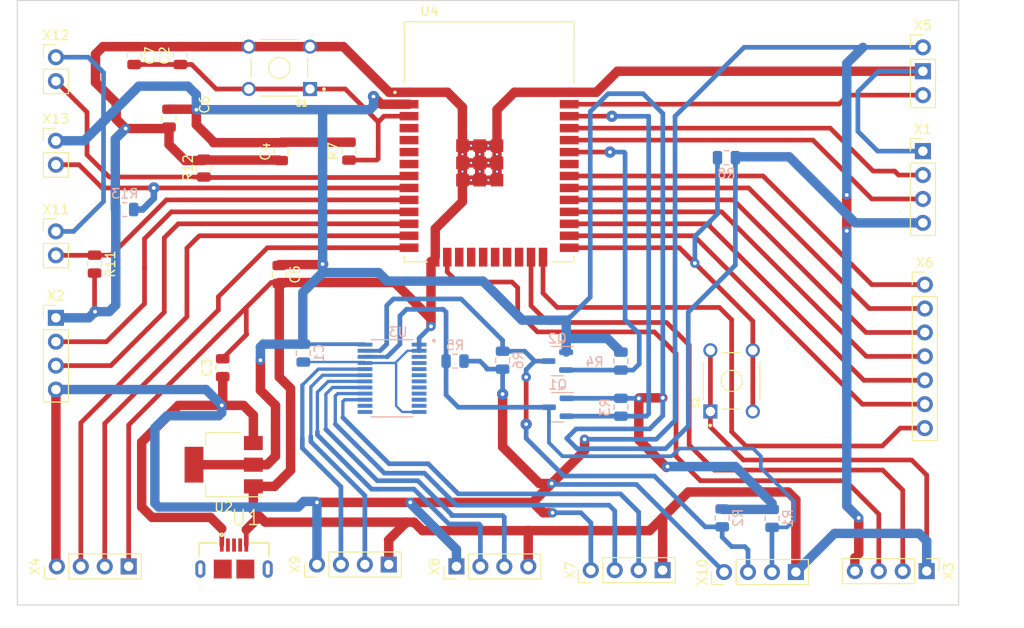
<source format=kicad_pcb>
(kicad_pcb (version 20211014) (generator pcbnew)
  (layers (0 "F.Cu" signal) (31 "B.Cu" signal) (34 "B.Paste" user) (35 "F.Paste" user) (36 "B.SilkS" user "B.Silkscreen") (37 "F.SilkS" user "F.Silkscreen") (38 "B.Mask" user) (39 "F.Mask" user) (44 "Edge.Cuts" user))
  (net 0 "")
  (net 1 "GND")
  (net 2 "3.3V")
  (net 3 "Net-(C2-Pad1)")
  (net 4 "5V")
  (net 5 "SCL_ESP")
  (net 6 "SCL_Mux")
  (net 7 "SDA_ESP")
  (net 8 "SDA_mux")
  (net 9 "Net-(R8-Pad1)")
  (net 10 "GPIO27")
  (net 11 "GPIO26")
  (net 12 "GPIO25")
  (net 27 "SD5")
  (net 28 "SC5")
  (net 29 "SD6")
  (net 30 "SC6")
  (net 31 "SD7")
  (net 32 "SC7")
  (net 37 "GPIO32")
  (net 38 "GPIO33")
  (net 39 "GPIO14")
  (net 40 "GPIO12")
  (net 41 "GPIO13")
  (net 48 "GPIO15")
  (net 49 "GPIO2")
  (net 50 "GPIO4")
  (net 51 "GPIO 16")
  (net 52 "GPIO 17")
  (net 53 "GPIO 5")
  (net 54 "GPIO 18")
  (net 55 "GPIO 19")
  (net 57 "RX")
  (net 58 "TX")
  (net 59 "GPIO 23")
  (footprint "pins:PinHeader_1x04_P2.54mm_Vertical" (layer "F.Cu") (at 144 87.7 90)
    (fp_text reference "X8")
    (fp_text value "DG3XX-04-3.5")
  )
  (footprint "Capacitor_SMD:C_0805_2012Metric" (layer "F.Cu") (at 105.6 55.6 -90)
    (fp_text reference "R11")
    (fp_text value "10k")
  )
  (footprint "pins:PinHeader_1x04_P2.54mm_Vertical" (layer "F.Cu") (at 193.9 88.2 -90)
    (fp_text reference "X3")
    (fp_text value "DG3XX-04-3.5")
  )
  (footprint "Capacitor_SMD:C_0805_2012Metric" (layer "F.Cu") (at 132.6 43.6 90)
    (fp_text reference "R7")
    (fp_text value "10k")
  )
  (footprint "1-1825910-4:TE_1-1825910-4" (layer "F.Cu") (at 125.2125 34.75 180)
    (fp_text reference "S1")
    (fp_text value "DTE6")
  )
  (footprint "pins:PinHeader_1x02_P2.54mm_Vertical" (layer "F.Cu") (at 101.5 42.5)
    (fp_text reference "X13")
    (fp_text value "DG3XX-02-3.5")
  )
  (footprint "Capacitor_SMD:C_0805_2012Metric" (layer "F.Cu") (at 113.5 40.1 90)
    (fp_text reference "C6")
    (fp_text value "0.1u")
  )
  (footprint "pins:PinHeader_1x04_P2.54mm_Vertical" (layer "F.Cu") (at 172.4 88.3 90)
    (fp_text reference "X10")
    (fp_text value "DG3XX-04-3.5")
  )
  (footprint "pins:PinHeader_1x04_P2.54mm_Vertical" (layer "F.Cu") (at 129.2 87.5 90)
    (fp_text reference "X9")
    (fp_text value "DG3XX-04-3.5")
  )
  (footprint "pins:PinHeader_1x02_P2.54mm_Vertical" (layer "F.Cu") (at 101.5 33.625)
    (fp_text reference "X12")
    (fp_text value "DG3XX-02-3.5")
  )
  (footprint "Capacitor_SMD:C_0805_2012Metric" (layer "F.Cu") (at 119.2 66.6 90)
    (fp_text reference "C3")
    (fp_text value "10u")
  )
  (footprint "pins:PinHeader_1x07_P2.54mm_Vertical" (layer "F.Cu") (at 193.7 57.775)
    (fp_text reference "X6")
    (fp_text value "DG3XX-07-3.5")
  )
  (footprint "pins:PinHeader_1x02_P2.54mm_Vertical" (layer "F.Cu") (at 101.5 52.125)
    (fp_text reference "X11")
    (fp_text value "DG3XX-02-3.5")
  )
  (footprint "Capacitor_SMD:C_0805_2012Metric" (layer "F.Cu") (at 114.7 33.45 90)
    (fp_text reference "C2")
    (fp_text value "1u")
  )
  (footprint "1-1825910-4:TE_1-1825910-4" (layer "F.Cu") (at 173.2 68 90)
    (fp_text reference "S2")
    (fp_text value "DTE6")
  )
  (footprint "pins:PinHeader_1x04_P2.54mm_Vertical" (layer "F.Cu") (at 101.6 87.7 90)
    (fp_text reference "X4")
    (fp_text value "DG3XX-04-3.5")
  )
  (footprint "Capacitor_SMD:C_0805_2012Metric" (layer "F.Cu") (at 109.8 33.45 -90)
    (fp_text reference "C7")
    (fp_text value "0.1u")
  )
  (footprint "pins:PinHeader_1x04_P2.54mm_Vertical" (layer "F.Cu") (at 158.26 88.1 90)
    (fp_text reference "X7")
    (fp_text value "DG3XX-04-3.5")
  )
  (footprint "pins:PinHeader_1x04_P2.54mm_Vertical" (layer "F.Cu") (at 101.5 61.3)
    (fp_text reference "X2")
    (fp_text value "DG3XX-04-3.5")
  )
  (footprint "micro_usb:GCT_USB3090-XX-X_REVE" (layer "F.Cu") (at 120.4 87.9829)
    (fp_text reference "U1")
    (fp_text value "micro_usb")
    (fp_line (start -3.8 0.4) (end -3.8 -0.4) (layer "Edge.Cuts") (width 0.01))
    (fp_line (start 3.8 -0.4) (end 3.8 0.4) (layer "Edge.Cuts") (width 0.01))
    (fp_line (start -3.35 -0.4) (end -3.35 0.4) (layer "Edge.Cuts") (width 0.01))
    (fp_line (start 3.35 0.4) (end 3.35 -0.4) (layer "Edge.Cuts") (width 0.01))
    (fp_arc (start -3.575 0.625) (mid -3.734099 0.559099) (end -3.8 0.4) (layer "Edge.Cuts") (width 0.01))
    (fp_arc (start 3.575 0.625) (mid 3.415901 0.559099) (end 3.35 0.4) (layer "Edge.Cuts") (width 0.01))
    (fp_arc (start -3.35 0.4) (mid -3.415901 0.559099) (end -3.575 0.625) (layer "Edge.Cuts") (width 0.01))
    (fp_arc (start -3.575 -0.625) (mid -3.415901 -0.559099) (end -3.35 -0.4) (layer "Edge.Cuts") (width 0.01))
    (fp_arc (start -3.8 -0.4) (mid -3.734099 -0.559099) (end -3.575 -0.625) (layer "Edge.Cuts") (width 0.01))
    (fp_arc (start 3.575 -0.625) (mid 3.734099 -0.559099) (end 3.8 -0.4) (layer "Edge.Cuts") (width 0.01))
    (fp_arc (start 3.8 0.4) (mid 3.734099 0.559099) (end 3.575 0.625) (layer "Edge.Cuts") (width 0.01))
    (fp_arc (start 3.35 -0.4) (mid 3.415901 -0.559099) (end 3.575 -0.625) (layer "Edge.Cuts") (width 0.01))
  )
  (footprint "Nieuwe map (2):MODULE_ESP32-WROOM-32" (layer "F.Cu") (at 147.47 42.61)
    (fp_text reference "U4")
    (fp_text value "esp_wroom_32")
  )
  (footprint "pins:PinHeader_1x04_P2.54mm_Vertical" (layer "F.Cu") (at 193.5 43.6)
    (fp_text reference "X1")
    (fp_text value "DG3XX-04-3.5")
  )
  (footprint "pins:PinHeader_1x03_P2.54mm_Vertical" (layer "F.Cu") (at 193.5 32.575)
    (fp_text reference "X5")
    (fp_text value "DG3XX-03-3.5")
  )
  (footprint "Package_TO_SOT_SMD:SOT-223-3_TabPin2" (layer "F.Cu") (at 119.3 76.9 180)
    (fp_text reference "U2")
    (fp_text value "AMS1117-3.3")
  )
  (footprint "Capacitor_SMD:C_0805_2012Metric" (layer "F.Cu") (at 117.2 45.4 90)
    (fp_text reference "R12")
    (fp_text value "10k")
  )
  (footprint "Capacitor_SMD:C_0805_2012Metric" (layer "F.Cu") (at 125.4 43.65 90)
    (fp_text reference "C4")
    (fp_text value "22u")
  )
  (footprint "Capacitor_SMD:C_0805_2012Metric" (layer "F.Cu") (at 125.2 56.7 -90)
    (fp_text reference "C5")
    (fp_text value "10u")
  )
  (footprint "Capacitor_SMD:C_0805_2012Metric" (layer "B.Cu") (at 143.85 65.9 180)
    (fp_text reference "R5")
    (fp_text value "10k")
  )
  (footprint "Capacitor_SMD:C_0805_2012Metric" (layer "B.Cu") (at 172.2 82.55 90)
    (fp_text reference "R2")
    (fp_text value "10k")
  )
  (footprint "Capacitor_SMD:C_0805_2012Metric" (layer "B.Cu") (at 148.9 65.8 90)
    (fp_text reference "R6")
    (fp_text value "10k")
  )
  (footprint "Capacitor_SMD:C_0805_2012Metric" (layer "B.Cu") (at 127.7475 65.05 90)
    (fp_text reference "C1")
    (fp_text value "10u")
  )
  (footprint "Package_TO_SOT_SMD:SOT-23" (layer "B.Cu") (at 154.7 65.9 180)
    (fp_text reference "Q2")
    (fp_text value "2N7002")
  )
  (footprint "TCA:SOP65P640X120-24N" (layer "B.Cu") (at 137.17 67.725 180)
    (fp_text reference "U3")
    (fp_text value "TCA9548A_I2C_Multiplexer")
  )
  (footprint "Capacitor_SMD:C_0805_2012Metric" (layer "B.Cu") (at 177.5 82.6 90)
    (fp_text reference "R1")
    (fp_text value "10k")
  )
  (footprint "Capacitor_SMD:C_0805_2012Metric" (layer "B.Cu") (at 108.8 49.8 180)
    (fp_text reference "R13")
    (fp_text value "10k")
  )
  (footprint "Package_TO_SOT_SMD:SOT-23" (layer "B.Cu") (at 154.7525 70.8 180)
    (fp_text reference "Q1")
    (fp_text value "2N7002")
  )
  (footprint "Capacitor_SMD:C_0805_2012Metric" (layer "B.Cu") (at 161.4525 70.8 -90)
    (fp_text reference "R3")
    (fp_text value "10k")
  )
  (footprint "Capacitor_SMD:C_0805_2012Metric" (layer "B.Cu") (at 172.65 44.3)
    (fp_text reference "R8")
    (fp_text value "10k")
  )
  (footprint "Capacitor_SMD:C_0805_2012Metric" (layer "B.Cu") (at 161.4525 65.9 -90)
    (fp_text reference "R4")
    (fp_text value "10k")
  )
  (gr_line (start 97.4 27.6) (end 197.3 27.6) (layer "Edge.Cuts") (width 0.1))
  (gr_line (start 97.4 27.6) (end 97.4 91.8) (layer "Edge.Cuts") (width 0.1))
  (gr_line (start 197.3 27.6) (end 197.3 91.8) (layer "Edge.Cuts") (width 0.1))
  (gr_line (start 197.3 91.8) (end 97.4 91.8) (layer "Edge.Cuts") (width 0.1))
  (segment (start 164.5 83.9) (end 151.64 83.9) (width 1) (layer "F.Cu") (net 1))
  (segment (start 146.47 44.85) (end 146.47 43.015) (width 1) (layer "F.Cu") (net 1))
  (segment (start 192.3 76.4) (end 193.9 78) (width 0.5) (layer "F.Cu") (net 1))
  (segment (start 165.88 82.52) (end 164.5 83.9) (width 1) (layer "F.Cu") (net 1))
  (segment (start 148.305 43.015) (end 148.305 44.85) (width 1) (layer "F.Cu") (net 1))
  (segment (start 109.22 72.68) (end 121.7 60.2) (width 0.5) (layer "F.Cu") (net 1))
  (segment (start 117.025 44.55) (end 125.175 44.55) (width 1) (layer "F.Cu") (net 1))
  (segment (start 113.5 42.9) (end 113.5 41.05) (width 1) (layer "F.Cu") (net 1))
  (segment (start 115.2 44.6) (end 117.15 44.6) (width 1) (layer "F.Cu") (net 1))
  (segment (start 114.7 32.5) (end 120.6625 32.5) (width 1) (layer "F.Cu") (net 1))
  (segment (start 121.75 63.05) (end 121.4 63.4) (width 0.5) (layer "F.Cu") (net 1))
  (segment (start 161.085 35.115) (end 158.85 37.35) (width 1) (layer "F.Cu") (net 1))
  (segment (start 122.45 79.2) (end 122.45 81.75) (width 1) (layer "F.Cu") (net 1))
  (segment (start 180.02 88.3) (end 180.02 80.62) (width 1) (layer "F.Cu") (net 1))
  (segment (start 179.2 79.8) (end 168.6 79.8) (width 1) (layer "F.Cu") (net 1))
  (segment (start 138.87 37.45) (end 138.97 37.35) (width 0.254) (layer "F.Cu") (net 1))
  (segment (start 158.85 37.35) (end 155.97 37.35) (width 1) (layer "F.Cu") (net 1))
  (segment (start 148.305 43.015) (end 148.305 39.195) (width 1) (layer "F.Cu") (net 1))
  (segment (start 150.15 37.35) (end 155.97 37.35) (width 1) (layer "F.Cu") (net 1))
  (segment (start 125.35 44.55) (end 125.4 44.6) (width 0.254) (layer "F.Cu") (net 1))
  (segment (start 144.635 44.85) (end 144.635 43.015) (width 1) (layer "F.Cu") (net 1))
  (segment (start 105.7 33.3) (end 106.5 32.5) (width 1) (layer "F.Cu") (net 1))
  (segment (start 151.64 83.9) (end 151.62 83.88) (width 0.254) (layer "F.Cu") (net 1))
  (segment (start 125.2 67.6) (end 126.4 68.8) (width 1) (layer "F.Cu") (net 1))
  (segment (start 144.635 43.015) (end 144.635 38.935) (width 1) (layer "F.Cu") (net 1))
  (segment (start 165.88 82.52) (end 165.88 88.1) (width 1) (layer "F.Cu") (net 1))
  (segment (start 193.5 35.115) (end 161.085 35.115) (width 1) (layer "F.Cu") (net 1))
  (segment (start 148.305 44.85) (end 146.47 44.85) (width 1) (layer "F.Cu") (net 1))
  (segment (start 125.2 57.55) (end 125.2 67.6) (width 1) (layer "F.Cu") (net 1))
  (segment (start 113.35 41.2) (end 113.5 41.05) (width 0.254) (layer "F.Cu") (net 1))
  (segment (start 144.635 43.015) (end 146.47 43.015) (width 1) (layer "F.Cu") (net 1))
  (segment (start 168.6 79.8) (end 165.88 82.52) (width 1) (layer "F.Cu") (net 1))
  (segment (start 105.6 56.55) (end 105.6 60.6) (width 0.5) (layer "F.Cu") (net 1))
  (segment (start 146.47 46.685) (end 146.47 44.85) (width 1) (layer "F.Cu") (net 1))
  (segment (start 121.7 83.8) (end 121.7 85.4329) (width 0.5) (layer "F.Cu") (net 1))
  (segment (start 193.35 43.45) (end 193.5 43.6) (width 0.254) (layer "F.Cu") (net 1))
  (segment (start 105.6 60.6) (end 105.65 60.65) (width 0.254) (layer "F.Cu") (net 1))
  (segment (start 138.7 83) (end 123.7 83) (width 1) (layer "F.Cu") (net 1))
  (segment (start 119.2 65.65) (end 119.2 65.6) (width 0.254) (layer "F.Cu") (net 1))
  (segment (start 119.2 65.6) (end 121.4 63.4) (width 0.5) (layer "F.Cu") (net 1))
  (segment (start 109.22 87.7) (end 109.22 72.68) (width 0.5) (layer "F.Cu") (net 1))
  (segment (start 108.9 41.2) (end 107.9 40.2) (width 1) (layer "F.Cu") (net 1))
  (segment (start 143.05 37.35) (end 138.97 37.35) (width 1) (layer "F.Cu") (net 1))
  (segment (start 122.45 81.75) (end 123.18 82.48) (width 1) (layer "F.Cu") (net 1))
  (segment (start 174.45 76.4) (end 192.3 76.4) (width 0.5) (layer "F.Cu") (net 1))
  (segment (start 126.4 77.5) (end 124.7 79.2) (width 1) (layer "F.Cu") (net 1))
  (segment (start 107.9 40.2) (end 107.9 38.5) (width 1) (layer "F.Cu") (net 1))
  (segment (start 123.02 82.48) (end 121.7 83.8) (width 1) (layer "F.Cu") (net 1))
  (segment (start 121.4 63.4) (end 121.7 63.1) (width 0.5) (layer "F.Cu") (net 1))
  (segment (start 170.95 72.9) (end 170.95 71.25) (width 0.5) (layer "F.Cu") (net 1))
  (segment (start 109.8 32.5) (end 114.7 32.5) (width 1) (layer "F.Cu") (net 1))
  (segment (start 105.7 36.3) (end 105.7 33.3) (width 1) (layer "F.Cu") (net 1))
  (segment (start 144.635 44.85) (end 144.635 46.685) (width 1) (layer "F.Cu") (net 1))
  (segment (start 141.3 61.4) (end 137.45 57.55) (width 1) (layer "F.Cu") (net 1))
  (segment (start 121.7 63.1) (end 121.7 60.2) (width 0.5) (layer "F.Cu") (net 1))
  (segment (start 136.8 84.9) (end 136.82 84.92) (width 0.254) (layer "F.Cu") (net 1))
  (segment (start 108.9 41.2) (end 113.35 41.2) (width 1) (layer "F.Cu") (net 1))
  (segment (start 132 32.5) (end 136.85 37.35) (width 1) (layer "F.Cu") (net 1))
  (segment (start 148.305 46.685) (end 148.305 44.85) (width 1) (layer "F.Cu") (net 1))
  (segment (start 144.635 46.685) (end 146.47 46.685) (width 1) (layer "F.Cu") (net 1))
  (segment (start 140.4 83.9) (end 139.5 83) (width 1) (layer "F.Cu") (net 1))
  (segment (start 151.62 83.88) (end 151.62 87.7) (width 1) (layer "F.Cu") (net 1))
  (segment (start 107.9 38.5) (end 105.7 36.3) (width 1) (layer "F.Cu") (net 1))
  (segment (start 148.305 46.685) (end 146.47 46.685) (width 1) (layer "F.Cu") (net 1))
  (segment (start 151.6 83.9) (end 140.4 83.9) (width 1) (layer "F.Cu") (net 1))
  (segment (start 139.5 83) (end 138.7 83) (width 1) (layer "F.Cu") (net 1))
  (segment (start 141.755 51.845) (end 141.755 54.86) (width 1) (layer "F.Cu") (net 1))
  (segment (start 136.85 37.35) (end 138.97 37.35) (width 1) (layer "F.Cu") (net 1))
  (segment (start 109.22 85.88) (end 109.22 87.7) (width 0.254) (layer "F.Cu") (net 1))
  (segment (start 148.305 39.195) (end 150.15 37.35) (width 1) (layer "F.Cu") (net 1))
  (segment (start 144.635 46.685) (end 144.635 48.965) (width 1) (layer "F.Cu") (net 1))
  (segment (start 193.9 78) (end 193.9 88.2) (width 0.5) (layer "F.Cu") (net 1))
  (segment (start 138.6 83.1) (end 138.7 83) (width 0.254) (layer "F.Cu") (net 1))
  (segment (start 123.18 82.48) (end 123.02 82.48) (width 0.254) (layer "F.Cu") (net 1))
  (segment (start 124.35 57.55) (end 125.2 57.55) (width 0.5) (layer "F.Cu") (net 1))
  (segment (start 129.7625 32.5) (end 120.6625 32.5) (width 1) (layer "F.Cu") (net 1))
  (segment (start 121.7 60.2) (end 124.35 57.55) (width 0.5) (layer "F.Cu") (net 1))
  (segment (start 180.02 80.62) (end 179.2 79.8) (width 1) (layer "F.Cu") (net 1))
  (segment (start 141.3 55.315) (end 141.755 54.86) (width 0.5) (layer "F.Cu") (net 1))
  (segment (start 129.7625 32.5) (end 132 32.5) (width 1) (layer "F.Cu") (net 1))
  (segment (start 123.7 83) (end 123.18 82.48) (width 1) (layer "F.Cu") (net 1))
  (segment (start 106.5 32.5) (end 109.8 32.5) (width 1) (layer "F.Cu") (net 1))
  (segment (start 146.47 44.85) (end 144.635 44.85) (width 1) (layer "F.Cu") (net 1))
  (segment (start 124.7 79.2) (end 122.45 79.2) (width 1) (layer "F.Cu") (net 1))
  (segment (start 170.95 72.9) (end 174.45 76.4) (width 0.5) (layer "F.Cu") (net 1))
  (segment (start 126.4 68.8) (end 126.4 77.5) (width 1) (layer "F.Cu") (net 1))
  (segment (start 141.3 62.2) (end 141.3 61.4) (width 1) (layer "F.Cu") (net 1))
  (segment (start 138.7 83) (end 136.8 84.9) (width 1) (layer "F.Cu") (net 1))
  (segment (start 144.635 38.935) (end 143.05 37.35) (width 1) (layer "F.Cu") (net 1))
  (segment (start 137.45 57.55) (end 125.2 57.55) (width 1) (layer "F.Cu") (net 1))
  (segment (start 170.95 71.25) (end 170.95 64.75) (width 0.5) (layer "F.Cu") (net 1))
  (segment (start 136.82 84.92) (end 136.82 87.5) (width 1) (layer "F.Cu") (net 1))
  (segment (start 146.47 43.015) (end 148.305 43.015) (width 1) (layer "F.Cu") (net 1))
  (segment (start 144.635 48.965) (end 141.755 51.845) (width 1) (layer "F.Cu") (net 1))
  (segment (start 117.15 44.6) (end 117.2 44.55) (width 0.254) (layer "F.Cu") (net 1))
  (segment (start 141.3 61.29) (end 141.3 55.315) (width 1) (layer "F.Cu") (net 1))
  (segment (start 115.2 44.6) (end 113.5 42.9) (width 1) (layer "F.Cu") (net 1))
  (via (at 108.9 41.2) (size 0.8) (drill 0.4) (layers "F.Cu" "B.Cu") (net 1))
  (via (at 141.3 62.2) (size 1) (drill 0.4) (layers "F.Cu" "B.Cu") (net 1))
  (via (at 105.65 60.65) (size 1.2) (drill 0.4) (layers "F.Cu" "B.Cu") (net 1))
  (segment (start 108.9 41.2) (end 108.95 41.25) (width 0.254) (layer "B.Cu") (net 1))
  (segment (start 136.795 66.1) (end 134.3 66.1) (width 0.254) (layer "B.Cu") (net 1))
  (segment (start 137.6 66.2) (end 137.5 66.1) (width 0.254) (layer "B.Cu") (net 1))
  (segment (start 188.785 35.115) (end 186.6 37.3) (width 0.5) (layer "B.Cu") (net 1))
  (segment (start 107.8 49.75) (end 107.8 42.3) (width 1) (layer "B.Cu") (net 1))
  (segment (start 184.12 84.2) (end 180.02 88.3) (width 1) (layer "B.Cu") (net 1))
  (segment (start 137.6 70.6525) (end 137.6 66.2) (width 0.254) (layer "B.Cu") (net 1))
  (segment (start 186.6 41.5) (end 188.7 43.6) (width 0.5) (layer "B.Cu") (net 1))
  (segment (start 105.65 60.65) (end 107.15 60.65) (width 1) (layer "B.Cu") (net 1))
  (segment (start 137.5 66.1) (end 137.3 66.1) (width 0.254) (layer "B.Cu") (net 1))
  (segment (start 188.7 43.6) (end 193.5 43.6) (width 0.5) (layer "B.Cu") (net 1))
  (segment (start 107.15 60.65) (end 107.85 59.95) (width 1) (layer "B.Cu") (net 1))
  (segment (start 137.3 66.1) (end 136.795 66.1) (width 0.254) (layer "B.Cu") (net 1))
  (segment (start 140.04 71.3) (end 138.2475 71.3) (width 0.254) (layer "B.Cu") (net 1))
  (segment (start 138.2475 71.3) (end 137.6 70.6525) (width 0.254) (layer "B.Cu") (net 1))
  (segment (start 189.715 35.115) (end 189.485 35.115) (width 0.5) (layer "B.Cu") (net 1))
  (segment (start 141.3 62.2) (end 140.04 63.46) (width 0.5) (layer "B.Cu") (net 1))
  (segment (start 193.9 85) (end 193.1 84.2) (width 1) (layer "B.Cu") (net 1))
  (segment (start 193.9 88.2) (end 193.9 85) (width 1) (layer "B.Cu") (net 1))
  (segment (start 186.6 37.3) (end 186.6 41.5) (width 0.5) (layer "B.Cu") (net 1))
  (segment (start 107.85 49.8) (end 107.8 49.75) (width 0.254) (layer "B.Cu") (net 1))
  (segment (start 134.2 66) (end 134.3 66.1) (width 0.254) (layer "B.Cu") (net 1))
  (segment (start 189.715 35.115) (end 188.785 35.115) (width 0.5) (layer "B.Cu") (net 1))
  (segment (start 140.04 63.46) (end 140.04 64.15) (width 0.5) (layer "B.Cu") (net 1))
  (segment (start 105 61.3) (end 101.5 61.3) (width 1) (layer "B.Cu") (net 1))
  (segment (start 105.65 60.65) (end 105 61.3) (width 1) (layer "B.Cu") (net 1))
  (segment (start 127.7475 66) (end 134.2 66) (width 0.254) (layer "B.Cu") (net 1))
  (segment (start 138.8 64.8) (end 137.5 66.1) (width 0.254) (layer "B.Cu") (net 1))
  (segment (start 140.04 64.8) (end 138.8 64.8) (width 0.254) (layer "B.Cu") (net 1))
  (segment (start 107.85 59.95) (end 107.85 49.8) (width 1) (layer "B.Cu") (net 1))
  (segment (start 140.04 64.15) (end 140.04 64.8) (width 0.5) (layer "B.Cu") (net 1))
  (segment (start 193.5 35.115) (end 189.715 35.115) (width 0.5) (layer "B.Cu") (net 1))
  (segment (start 193.1 84.2) (end 184.12 84.2) (width 1) (layer "B.Cu") (net 1))
  (segment (start 107.8 42.3) (end 108.9 41.2) (width 1) (layer "B.Cu") (net 1))
  (segment (start 123.2 69) (end 123.2 65.8) (width 1) (layer "F.Cu") (net 2))
  (segment (start 116.35 39.15) (end 113.5 39.15) (width 1) (layer "F.Cu") (net 2))
  (segment (start 122.45 76.9) (end 123.9 76.9) (width 1) (layer "F.Cu") (net 2))
  (segment (start 166.3 77.2) (end 163.35 74.25) (width 1) (layer "F.Cu") (net 2))
  (segment (start 163.35 69.85) (end 163.4 69.8) (width 0.5) (layer "F.Cu") (net 2))
  (segment (start 129.8 55.6) (end 129.75 55.65) (width 0.254) (layer "F.Cu") (net 2))
  (segment (start 125.5 42.6) (end 125.4 42.7) (width 0.254) (layer "F.Cu") (net 2))
  (segment (start 122.45 76.9) (end 116.15 76.9) (width 1) (layer "F.Cu") (net 2))
  (segment (start 124.8 76) (end 124.8 70.6) (width 1) (layer "F.Cu") (net 2))
  (segment (start 116.4 39.2) (end 116.4 40.8) (width 1) (layer "F.Cu") (net 2))
  (segment (start 163.4 69.8) (end 165.9 69.8) (width 1) (layer "F.Cu") (net 2))
  (segment (start 118.2 42.7) (end 125.225 42.7) (width 1) (layer "F.Cu") (net 2))
  (segment (start 124.8 70.6) (end 123.2 69) (width 1) (layer "F.Cu") (net 2))
  (segment (start 125.45 42.65) (end 125.4 42.7) (width 0.254) (layer "F.Cu") (net 2))
  (segment (start 136.02 38.62) (end 138.97 38.62) (width 1) (layer "F.Cu") (net 2))
  (segment (start 166.3 77.2) (end 166.4 77.1) (width 0.254) (layer "F.Cu") (net 2))
  (segment (start 163.35 74.25) (end 163.35 69.85) (width 1) (layer "F.Cu") (net 2))
  (segment (start 132.6 42.65) (end 125.45 42.65) (width 1) (layer "F.Cu") (net 2))
  (segment (start 135.2 37.8) (end 136.02 38.62) (width 1) (layer "F.Cu") (net 2))
  (segment (start 123.9 76.9) (end 124.8 76) (width 1) (layer "F.Cu") (net 2))
  (segment (start 116.4 39.2) (end 116.35 39.15) (width 0.254) (layer "F.Cu") (net 2))
  (segment (start 116.4 40.8) (end 118.3 42.7) (width 1) (layer "F.Cu") (net 2))
  (segment (start 129.75 55.65) (end 125.2 55.65) (width 1) (layer "F.Cu") (net 2))
  (via (at 116.4 39.2) (size 0.8) (drill 0.4) (layers "F.Cu" "B.Cu") (net 2))
  (via (at 129.8 55.6) (size 1.2) (drill 0.4) (layers "F.Cu" "B.Cu") (net 2))
  (via (at 123.2 65.8) (size 1) (drill 0.4) (layers "F.Cu" "B.Cu") (net 2))
  (via (at 166.4 77.1) (size 1) (drill 0.4) (layers "F.Cu" "B.Cu") (net 2))
  (via (at 163.35 69.85) (size 0.8) (drill 0.4) (layers "F.Cu" "B.Cu") (net 2))
  (via (at 165.9 69.8) (size 0.8) (drill 0.4) (layers "F.Cu" "B.Cu") (net 2))
  (via (at 135.2 37.8) (size 1.2) (drill 0.4) (layers "F.Cu" "B.Cu") (net 2))
  (segment (start 172.25 81.65) (end 172.2 81.6) (width 0.254) (layer "B.Cu") (net 2))
  (segment (start 127.7 58.6) (end 129.8 56.5) (width 1) (layer "B.Cu") (net 2))
  (segment (start 166.3 77.1) (end 173.6 77.1) (width 1) (layer "B.Cu") (net 2))
  (segment (start 134.25 64.1) (end 134.3 64.15) (width 0.254) (layer "B.Cu") (net 2))
  (segment (start 103.375 52.125) (end 101.5 52.125) (width 0.5) (layer "B.Cu") (net 2))
  (segment (start 123.2 65.8) (end 123.2 64.4) (width 1) (layer "B.Cu") (net 2))
  (segment (start 157.6 73.1) (end 156.7 73.1) (width 0.5) (layer "B.Cu") (net 2))
  (segment (start 104.5 42.5) (end 101.5 42.5) (width 1) (layer "B.Cu") (net 2))
  (segment (start 161.4525 64.9325) (end 161.4525 64.95) (width 0.5) (layer "B.Cu") (net 2))
  (segment (start 186.3 51.22) (end 193.5 51.22) (width 1) (layer "B.Cu") (net 2))
  (segment (start 177.5 81) (end 177.5 81.65) (width 0.5) (layer "B.Cu") (net 2))
  (segment (start 155.7 74.1) (end 156.8 75.2) (width 0.5) (layer "B.Cu") (net 2))
  (segment (start 164.5 73.1) (end 165.9 71.7) (width 0.5) (layer "B.Cu") (net 2))
  (segment (start 106.55 48.95) (end 103.375 52.125) (width 0.5) (layer "B.Cu") (net 2))
  (segment (start 163.35 69.85) (end 163.4 69.9) (width 0.254) (layer "B.Cu") (net 2))
  (segment (start 116.4 37.6) (end 115.5 36.7) (width 1) (layer "B.Cu") (net 2))
  (segment (start 166.3 75.1) (end 168.6 72.8) (width 0.5) (layer "B.Cu") (net 2))
  (segment (start 116.4 39.2) (end 116.6 39) (width 0.254) (layer "B.Cu") (net 2))
  (segment (start 156.21 63.5) (end 160.02 63.5) (width 1) (layer "B.Cu") (net 2))
  (segment (start 135.748 56.5) (end 136.652 57.404) (width 1) (layer "B.Cu") (net 2))
  (segment (start 127.7 58.8) (end 127.7 58.6) (width 0.5) (layer "B.Cu") (net 2))
  (segment (start 135.2 38.8) (end 134.8 39.2) (width 1) (layer "B.Cu") (net 2))
  (segment (start 129.8 56.5) (end 129.8 55.8) (width 1) (layer "B.Cu") (net 2))
  (segment (start 116.4 39.2) (end 116.4 37.6) (width 1) (layer "B.Cu") (net 2))
  (segment (start 116.4 39.2) (end 129.8 39.2) (width 1) (layer "B.Cu") (net 2))
  (segment (start 168.6 72.8) (end 168.6 61.8) (width 0.5) (layer "B.Cu") (net 2))
  (segment (start 155.69 69.85) (end 161.4525 69.85) (width 0.5) (layer "B.Cu") (net 2))
  (segment (start 106.55 40.45) (end 104.5 42.5) (width 1) (layer "B.Cu") (net 2))
  (segment (start 127.7475 64.1) (end 134.25 64.1) (width 0.4) (layer "B.Cu") (net 2))
  (segment (start 123.2 64.4) (end 123.5 64.1) (width 1) (layer "B.Cu") (net 2))
  (segment (start 163.8 37.5) (end 160.1 37.5) (width 0.5) (layer "B.Cu") (net 2))
  (segment (start 168.6 61.9) (end 168.6 60.7) (width 0.5) (layer "B.Cu") (net 2))
  (segment (start 129.8 39.2) (end 129.8 55.6) (width 1) (layer "B.Cu") (net 2))
  (segment (start 160.02 63.5) (end 161.4525 64.9325) (width 1) (layer "B.Cu") (net 2))
  (segment (start 155.6525 61.5525) (end 156.005 61.2) (width 0.5) (layer "B.Cu") (net 2))
  (segment (start 127.7 64.0525) (end 127.7475 64.1) (width 0.254) (layer "B.Cu") (net 2))
  (segment (start 165.9 39.6) (end 163.8 37.5) (width 0.5) (layer "B.Cu") (net 2))
  (segment (start 150.9605 61.5525) (end 155.6525 61.5525) (width 1) (layer "B.Cu") (net 2))
  (segment (start 123.5 64.1) (end 127.7475 64.1) (width 1) (layer "B.Cu") (net 2))
  (segment (start 135.2 37.8) (end 135.2 38.8) (width 1) (layer "B.Cu") (net 2))
  (segment (start 173.6 55.7) (end 173.6 44.6) (width 0.5) (layer "B.Cu") (net 2))
  (segment (start 173.6 77.1) (end 177.5 81) (width 1) (layer "B.Cu") (net 2))
  (segment (start 134.8 39.2) (end 129.8 39.2) (width 1) (layer "B.Cu") (net 2))
  (segment (start 155.6525 64.935) (end 155.6375 64.95) (width 0.254) (layer "B.Cu") (net 2))
  (segment (start 129.8 55.6) (end 129.7975 55.6025) (width 0.254) (layer "B.Cu") (net 2))
  (segment (start 161.4525 69.85) (end 163.35 69.85) (width 0.5) (layer "B.Cu") (net 2))
  (segment (start 177.5 81.65) (end 172.25 81.65) (width 1) (layer "B.Cu") (net 2))
  (segment (start 186.2 51.1) (end 179.3 44.2) (width 1) (layer "B.Cu") (net 2))
  (segment (start 136.652 57.404) (end 146.812 57.404) (width 1) (layer "B.Cu") (net 2))
  (segment (start 156.7 73.1) (end 155.7 74.1) (width 0.5) (layer "B.Cu") (net 2))
  (segment (start 165.9 69.8) (end 165.9 39.6) (width 0.5) (layer "B.Cu") (net 2))
  (segment (start 155.6525 62.9425) (end 155.6525 64.935) (width 1) (layer "B.Cu") (net 2))
  (segment (start 129.8 56.5) (end 135.748 56.5) (width 1) (layer "B.Cu") (net 2))
  (segment (start 155.6525 61.5525) (end 155.6525 62.9425) (width 1) (layer "B.Cu") (net 2))
  (segment (start 157.8 73.1) (end 164.5 73.1) (width 0.5) (layer "B.Cu") (net 2))
  (segment (start 104.925 33.625) (end 106.55 35.25) (width 0.5) (layer "B.Cu") (net 2))
  (segment (start 101.5 33.625) (end 104.925 33.625) (width 0.5) (layer "B.Cu") (net 2))
  (segment (start 146.812 57.404) (end 150.9605 61.5525) (width 1) (layer "B.Cu") (net 2))
  (segment (start 174 44.2) (end 173.6 44.6) (width 0.254) (layer "B.Cu") (net 2))
  (segment (start 168.6 60.7) (end 173.6 55.7) (width 0.5) (layer "B.Cu") (net 2))
  (segment (start 179.3 44.2) (end 174 44.2) (width 1) (layer "B.Cu") (net 2))
  (segment (start 156.1 61.2) (end 158.2 59.1) (width 0.5) (layer "B.Cu") (net 2))
  (segment (start 127.7 58.8) (end 127.7 64.0525) (width 1) (layer "B.Cu") (net 2))
  (segment (start 166.2 75.2) (end 166.8 74.6) (width 0.4) (layer "B.Cu") (net 2))
  (segment (start 110.3 36.7) (end 106.55 40.45) (width 1) (layer "B.Cu") (net 2))
  (segment (start 158.2 39.4) (end 158.2 59.1) (width 0.5) (layer "B.Cu") (net 2))
  (segment (start 106.55 35.25) (end 106.55 40.45) (width 0.5) (layer "B.Cu") (net 2))
  (segment (start 156.005 61.2) (end 156.1 61.2) (width 0.5) (layer "B.Cu") (net 2))
  (segment (start 156.8 75.2) (end 166.2 75.2) (width 0.5) (layer "B.Cu") (net 2))
  (segment (start 160.1 37.5) (end 158.2 39.4) (width 0.5) (layer "B.Cu") (net 2))
  (segment (start 155.6525 62.9425) (end 156.21 63.5) (width 0.5) (layer "B.Cu") (net 2))
  (segment (start 106.55 40.45) (end 106.55 48.95) (width 0.5) (layer "B.Cu") (net 2))
  (segment (start 115.5 36.7) (end 110.3 36.7) (width 1) (layer "B.Cu") (net 2))
  (segment (start 129.8 55.6) (end 129.8 56.1) (width 0.5) (layer "B.Cu") (net 2))
  (segment (start 165.9 71.7) (end 165.9 69.8) (width 0.5) (layer "B.Cu") (net 2))
  (segment (start 129.8 56.1) (end 129.8 55.8) (width 0.254) (layer "B.Cu") (net 2))
  (segment (start 135.09 39.89) (end 135.7 40.5) (width 0.5) (layer "F.Cu") (net 3))
  (segment (start 132.2 37) (end 135.09 39.89) (width 0.5) (layer "F.Cu") (net 3))
  (segment (start 114.6 34.5) (end 114.7 34.4) (width 0.254) (layer "F.Cu") (net 3))
  (segment (start 129.7625 37) (end 132.2 37) (width 0.5) (layer "F.Cu") (net 3))
  (segment (start 115.9 34.4) (end 118.5 37) (width 0.5) (layer "F.Cu") (net 3))
  (segment (start 132.6 44.55) (end 135.55 44.55) (width 0.5) (layer "F.Cu") (net 3))
  (segment (start 135.7 40.5) (end 135.7 44.4) (width 0.5) (layer "F.Cu") (net 3))
  (segment (start 136.31 39.89) (end 138.97 39.89) (width 0.5) (layer "F.Cu") (net 3))
  (segment (start 114.7 34.4) (end 115.9 34.4) (width 0.5) (layer "F.Cu") (net 3))
  (segment (start 135.55 44.55) (end 135.7 44.4) (width 0.5) (layer "F.Cu") (net 3))
  (segment (start 135.7 40.5) (end 136.31 39.89) (width 0.5) (layer "F.Cu") (net 3))
  (segment (start 118.5 37) (end 120.6625 37) (width 0.5) (layer "F.Cu") (net 3))
  (segment (start 114.7 34.4) (end 109.8 34.4) (width 0.5) (layer "F.Cu") (net 3))
  (segment (start 120.6625 37) (end 129.7625 37) (width 0.5) (layer "F.Cu") (net 3))
  (segment (start 157.6 75.4) (end 157.6 74.2) (width 1) (layer "F.Cu") (net 4))
  (segment (start 119.1 85.4329) (end 119.1 83.7) (width 0.5) (layer "F.Cu") (net 4))
  (segment (start 119.1 83.7) (end 117.9 82.5) (width 1) (layer "F.Cu") (net 4))
  (segment (start 148.9 75) (end 148.9 69.4) (width 1) (layer "F.Cu") (net 4))
  (segment (start 154.1 78.9) (end 157.6 75.4) (width 1) (layer "F.Cu") (net 4))
  (segment (start 154.1 78.9) (end 152.8 78.9) (width 1) (layer "F.Cu") (net 4))
  (segment (start 119.1 70.6) (end 121.4 70.6) (width 1) (layer "F.Cu") (net 4))
  (segment (start 186.28 86.77) (end 186.28 88.2) (width 1) (layer "F.Cu") (net 4))
  (segment (start 152.8 78.9) (end 148.9 75) (width 1) (layer "F.Cu") (net 4))
  (segment (start 121.4 70.6) (end 122.45 71.65) (width 1) (layer "F.Cu") (net 4))
  (segment (start 119.2 67.55) (end 119.2 70.5) (width 1) (layer "F.Cu") (net 4))
  (segment (start 152.1 80.9) (end 153.2 82) (width 1) (layer "F.Cu") (net 4))
  (segment (start 185.42 48.26) (end 185.42 52.07) (width 1) (layer "F.Cu") (net 4))
  (segment (start 186.69 82.55) (end 186.69 86.36) (width 1) (layer "F.Cu") (net 4))
  (segment (start 101.5 68.92) (end 101.5 87.6) (width 1) (layer "F.Cu") (net 4))
  (segment (start 153.2 82) (end 154.2 82) (width 1) (layer "F.Cu") (net 4))
  (segment (start 110.6 74.5) (end 114.5 70.6) (width 1) (layer "F.Cu") (net 4))
  (segment (start 186.69 86.36) (end 186.28 86.77) (width 0.5) (layer "F.Cu") (net 4))
  (segment (start 152.1 80.9) (end 154.1 78.9) (width 1) (layer "F.Cu") (net 4))
  (segment (start 101.5 87.6) (end 101.6 87.7) (width 0.254) (layer "F.Cu") (net 4))
  (segment (start 139.1 80.9) (end 129.2 80.9) (width 1) (layer "F.Cu") (net 4))
  (segment (start 114.5 70.6) (end 119.1 70.6) (width 1) (layer "F.Cu") (net 4))
  (segment (start 110.6 81.4) (end 110.6 74.5) (width 1) (layer "F.Cu") (net 4))
  (segment (start 119.2 70.5) (end 119.1 70.6) (width 0.254) (layer "F.Cu") (net 4))
  (segment (start 139.1 80.9) (end 152.1 80.9) (width 1) (layer "F.Cu") (net 4))
  (segment (start 122.45 71.65) (end 122.45 74.6) (width 1) (layer "F.Cu") (net 4))
  (segment (start 117.9 82.5) (end 111.7 82.5) (width 1) (layer "F.Cu") (net 4))
  (segment (start 111.7 82.5) (end 110.6 81.4) (width 1) (layer "F.Cu") (net 4))
  (via (at 157.6 74.2) (size 1) (drill 0.4) (layers "F.Cu" "B.Cu") (net 4))
  (via (at 119.1 70.6) (size 1) (drill 0.4) (layers "F.Cu" "B.Cu") (net 4))
  (via (at 148.9 69.4) (size 1.2) (drill 0.4) (layers "F.Cu" "B.Cu") (net 4))
  (via (at 186.69 82.55) (size 0.8) (drill 0.4) (layers "F.Cu" "B.Cu") (net 4))
  (via (at 154.2 82) (size 1) (drill 0.4) (layers "F.Cu" "B.Cu") (net 4))
  (via (at 185.42 48.26) (size 0.8) (drill 0.4) (layers "F.Cu" "B.Cu") (net 4))
  (via (at 129.2 80.9) (size 1) (drill 0.4) (layers "F.Cu" "B.Cu") (net 4))
  (via (at 154.1 78.9) (size 1) (drill 0.4) (layers "F.Cu" "B.Cu") (net 4))
  (via (at 185.42 52.07) (size 0.8) (drill 0.4) (layers "F.Cu" "B.Cu") (net 4))
  (via (at 139.1 80.9) (size 1) (drill 0.4) (layers "F.Cu" "B.Cu") (net 4))
  (segment (start 144 85.9) (end 144 87.7) (width 1) (layer "B.Cu") (net 4))
  (segment (start 167.2 39.9) (end 174.525 32.575) (width 0.5) (layer "B.Cu") (net 4))
  (segment (start 129.1 80.8) (end 129.2 80.9) (width 0.254) (layer "B.Cu") (net 4))
  (segment (start 187.135 32.575) (end 185.42 34.29) (width 1) (layer "B.Cu") (net 4))
  (segment (start 139.1 80.9) (end 139.1 81) (width 0.254) (layer "B.Cu") (net 4))
  (segment (start 154.1 78.9) (end 154.1 78.7) (width 0.254) (layer "B.Cu") (net 4))
  (segment (start 165.2 74.2) (end 167.2 72.2) (width 0.5) (layer "B.Cu") (net 4))
  (segment (start 118.8 71.7) (end 113.3 71.7) (width 1) (layer "B.Cu") (net 4))
  (segment (start 148.9 69.4) (end 148.9 66.75) (width 0.5) (layer "B.Cu") (net 4))
  (segment (start 154.2 79) (end 163.1 79) (width 0.5) (layer "B.Cu") (net 4))
  (segment (start 187.515 32.575) (end 187.135 32.575) (width 0.5) (layer "B.Cu") (net 4))
  (segment (start 127.2 81.4) (end 127.8 80.8) (width 1) (layer "B.Cu") (net 4))
  (segment (start 144.8 65.9) (end 146.5 65.9) (width 0.5) (layer "B.Cu") (net 4))
  (segment (start 185.42 52.07) (end 185.42 81.28) (width 1) (layer "B.Cu") (net 4))
  (segment (start 127.8 80.8) (end 129.1 80.8) (width 1) (layer "B.Cu") (net 4))
  (segment (start 174.525 32.575) (end 187.515 32.575) (width 0.5) (layer "B.Cu") (net 4))
  (segment (start 163.1 79) (end 172.4 88.3) (width 0.5) (layer "B.Cu") (net 4))
  (segment (start 167.2 71.5) (end 167.2 39.9) (width 0.5) (layer "B.Cu") (net 4))
  (segment (start 117.42 68.92) (end 101.5 68.92) (width 1) (layer "B.Cu") (net 4))
  (segment (start 119.1 70.6) (end 117.42 68.92) (width 1) (layer "B.Cu") (net 4))
  (segment (start 139.1 81) (end 144 85.9) (width 1) (layer "B.Cu") (net 4))
  (segment (start 113.3 71.7) (end 112 73) (width 1) (layer "B.Cu") (net 4))
  (segment (start 167.2 40) (end 167.2 39.9) (width 0.5) (layer "B.Cu") (net 4))
  (segment (start 112.4 81.4) (end 127.2 81.4) (width 1) (layer "B.Cu") (net 4))
  (segment (start 154.1 78.9) (end 154.2 79) (width 0.254) (layer "B.Cu") (net 4))
  (segment (start 157.6 74.2) (end 164.5 74.2) (width 0.5) (layer "B.Cu") (net 4))
  (segment (start 129.2 87.5) (end 129.2 80.9) (width 1) (layer "B.Cu") (net 4))
  (segment (start 147.25 66.75) (end 148.9 66.75) (width 0.5) (layer "B.Cu") (net 4))
  (segment (start 185.42 34.29) (end 185.42 48.26) (width 1) (layer "B.Cu") (net 4))
  (segment (start 147.2 66.7) (end 147.25 66.75) (width 0.5) (layer "B.Cu") (net 4))
  (segment (start 167.2 72.2) (end 167.2 71.5) (width 0.5) (layer "B.Cu") (net 4))
  (segment (start 164.5 74.2) (end 165.2 74.2) (width 0.5) (layer "B.Cu") (net 4))
  (segment (start 185.42 81.28) (end 186.69 82.55) (width 1) (layer "B.Cu") (net 4))
  (segment (start 119.1 70.6) (end 119.1 71.4) (width 1) (layer "B.Cu") (net 4))
  (segment (start 119.1 71.4) (end 118.8 71.7) (width 0.5) (layer "B.Cu") (net 4))
  (segment (start 146.5 65.9) (end 147.2 66.6) (width 0.5) (layer "B.Cu") (net 4))
  (segment (start 158.26 83.06) (end 157.2 82) (width 0.5) (layer "B.Cu") (net 4))
  (segment (start 147.2 66.6) (end 147.2 66.7) (width 0.5) (layer "B.Cu") (net 4))
  (segment (start 157.2 82) (end 154.2 82) (width 0.5) (layer "B.Cu") (net 4))
  (segment (start 187.515 32.575) (end 193.5 32.575) (width 0.5) (layer "B.Cu") (net 4))
  (segment (start 112 73) (end 112 81) (width 1) (layer "B.Cu") (net 4))
  (segment (start 112 81) (end 112.4 81.4) (width 1) (layer "B.Cu") (net 4))
  (segment (start 158.26 88.1) (end 158.26 83.06) (width 0.5) (layer "B.Cu") (net 4))
  (segment (start 160.69 39.89) (end 155.97 39.89) (width 0.5) (layer "F.Cu") (net 5))
  (segment (start 160.68 39.9) (end 160.69 39.89) (width 0.254) (layer "F.Cu") (net 5))
  (segment (start 160.5 39.9) (end 160.68 39.9) (width 0.254) (layer "F.Cu") (net 5))
  (via (at 160.5 39.9) (size 1.2) (drill 0.4) (layers "F.Cu" "B.Cu") (net 5))
  (segment (start 164.4 71.5) (end 164.15 71.75) (width 0.5) (layer "B.Cu") (net 5))
  (segment (start 164.15 71.75) (end 161.4525 71.75) (width 0.5) (layer "B.Cu") (net 5))
  (segment (start 160.5 39.9) (end 164.4 39.9) (width 0.5) (layer "B.Cu") (net 5))
  (segment (start 155.69 71.75) (end 161.4525 71.75) (width 0.5) (layer "B.Cu") (net 5))
  (segment (start 164.4 39.9) (end 164.4 71.5) (width 0.5) (layer "B.Cu") (net 5))
  (segment (start 175.484 75.184) (end 167.64 75.184) (width 0.4) (layer "B.Cu") (net 6))
  (segment (start 142.9 60.7) (end 142.9 69.5) (width 0.5) (layer "B.Cu") (net 6))
  (segment (start 176.3 77.24) (end 179.832 80.772) (width 0.4) (layer "B.Cu") (net 6))
  (segment (start 176.3 76) (end 176.3 77.24) (width 0.4) (layer "B.Cu") (net 6))
  (segment (start 177.5 83.55) (end 177.48 83.57) (width 0.254) (layer "B.Cu") (net 6))
  (segment (start 167.64 75.184) (end 166.824 76) (width 0.4) (layer "B.Cu") (net 6))
  (segment (start 138 61.1) (end 138.7 60.4) (width 0.5) (layer "B.Cu") (net 6))
  (segment (start 138.7 60.4) (end 142.6 60.4) (width 0.5) (layer "B.Cu") (net 6))
  (segment (start 179.832 80.772) (end 179.832 82.804) (width 0.4) (layer "B.Cu") (net 6))
  (segment (start 177.48 83.57) (end 177.48 88.3) (width 0.5) (layer "B.Cu") (net 6))
  (segment (start 179.832 82.804) (end 179.086 83.55) (width 0.4) (layer "B.Cu") (net 6))
  (segment (start 134.3 65.45) (end 136.65 65.45) (width 0.4) (layer "B.Cu") (net 6))
  (segment (start 138 64.1) (end 138 61.1) (width 0.5) (layer "B.Cu") (net 6))
  (segment (start 176.3 76) (end 175.484 75.184) (width 0.4) (layer "B.Cu") (net 6))
  (segment (start 153.815 74.567) (end 153.815 70.8) (width 0.4) (layer "B.Cu") (net 6))
  (segment (start 166.824 76) (end 155.248 76) (width 0.4) (layer "B.Cu") (net 6))
  (segment (start 177.55 83.6) (end 177.5 83.55) (width 0.254) (layer "B.Cu") (net 6))
  (segment (start 142.6 60.4) (end 142.9 60.7) (width 0.5) (layer "B.Cu") (net 6))
  (segment (start 155.248 76) (end 153.815 74.567) (width 0.4) (layer "B.Cu") (net 6))
  (segment (start 179.086 83.55) (end 177.5 83.55) (width 0.4) (layer "B.Cu") (net 6))
  (segment (start 136.65 65.45) (end 138 64.1) (width 0.5) (layer "B.Cu") (net 6))
  (segment (start 144.2 70.8) (end 153.815 70.8) (width 0.5) (layer "B.Cu") (net 6))
  (segment (start 142.9 69.5) (end 144.2 70.8) (width 0.5) (layer "B.Cu") (net 6))
  (segment (start 160.3 43.7) (end 155.97 43.7) (width 0.5) (layer "F.Cu") (net 7))
  (via (at 160.3 43.7) (size 1.2) (drill 0.4) (layers "F.Cu" "B.Cu") (net 7))
  (segment (start 161.9 61.5) (end 163.4 63) (width 0.5) (layer "B.Cu") (net 7))
  (segment (start 161.8 43.7) (end 160.3 43.7) (width 0.5) (layer "B.Cu") (net 7))
  (segment (start 163.4 66.2) (end 162.75 66.85) (width 0.5) (layer "B.Cu") (net 7))
  (segment (start 162.75 66.85) (end 161.4525 66.85) (width 0.5) (layer "B.Cu") (net 7))
  (segment (start 161.9 43.8) (end 161.9 61.5) (width 0.5) (layer "B.Cu") (net 7))
  (segment (start 163.4 63) (end 163.4 66.2) (width 0.5) (layer "B.Cu") (net 7))
  (segment (start 161.4525 66.85) (end 155.6375 66.85) (width 0.5) (layer "B.Cu") (net 7))
  (segment (start 161.9 43.8) (end 161.8 43.7) (width 0.254) (layer "B.Cu") (net 7))
  (segment (start 151.4 72.6) (end 151.4 67.6) (width 0.5) (layer "F.Cu") (net 8))
  (via (at 151.4 67.6) (size 1) (drill 0.4) (layers "F.Cu" "B.Cu") (net 8))
  (via (at 151.4 72.6) (size 1.2) (drill 0.4) (layers "F.Cu" "B.Cu") (net 8))
  (segment (start 148.9 63.7) (end 148.9 64.85) (width 0.5) (layer "B.Cu") (net 8))
  (segment (start 170.4 83.5) (end 165 78.1) (width 0.5) (layer "B.Cu") (net 8))
  (segment (start 153.7625 65.9) (end 152.3 65.9) (width 0.5) (layer "B.Cu") (net 8))
  (segment (start 151.25 64.85) (end 148.9 64.85) (width 0.5) (layer "B.Cu") (net 8))
  (segment (start 151.4 67.6) (end 151.4 66.8) (width 0.5) (layer "B.Cu") (net 8))
  (segment (start 152.3 65.9) (end 151.25 64.85) (width 0.5) (layer "B.Cu") (net 8))
  (segment (start 134.3 64.8) (end 135.9 64.8) (width 0.4) (layer "B.Cu") (net 8))
  (segment (start 173.2 85.6) (end 174.6 85.6) (width 0.5) (layer "B.Cu") (net 8))
  (segment (start 174.94 85.94) (end 174.94 88.3) (width 0.5) (layer "B.Cu") (net 8))
  (segment (start 174.6 85.6) (end 174.94 85.94) (width 0.5) (layer "B.Cu") (net 8))
  (segment (start 172.2 83.5) (end 172.2 84.6) (width 0.5) (layer "B.Cu") (net 8))
  (segment (start 136.6 60) (end 137.3 59.3) (width 0.5) (layer "B.Cu") (net 8))
  (segment (start 135.9 64.8) (end 136.6 64.1) (width 0.5) (layer "B.Cu") (net 8))
  (segment (start 155.4 78.1) (end 155.1 77.8) (width 0.5) (layer "B.Cu") (net 8))
  (segment (start 165 78.1) (end 155.4 78.1) (width 0.5) (layer "B.Cu") (net 8))
  (segment (start 172.2 84.6) (end 173.2 85.6) (width 0.5) (layer "B.Cu") (net 8))
  (segment (start 136.6 64.1) (end 136.6 60) (width 0.5) (layer "B.Cu") (net 8))
  (segment (start 172.2 83.5) (end 172.14 83.56) (width 0.254) (layer "B.Cu") (net 8))
  (segment (start 151.4 66.8) (end 152.3 65.9) (width 0.5) (layer "B.Cu") (net 8))
  (segment (start 172.2 83.5) (end 170.4 83.5) (width 0.5) (layer "B.Cu") (net 8))
  (segment (start 137.3 59.3) (end 144.5 59.3) (width 0.5) (layer "B.Cu") (net 8))
  (segment (start 144.5 59.3) (end 148.9 63.7) (width 0.5) (layer "B.Cu") (net 8))
  (segment (start 155.1 77.8) (end 151.4 74.1) (width 0.5) (layer "B.Cu") (net 8))
  (segment (start 151.4 74.1) (end 151.4 72.6) (width 0.5) (layer "B.Cu") (net 8))
  (segment (start 175.45 61.65) (end 175.45 64.75) (width 0.5) (layer "F.Cu") (net 9))
  (segment (start 168.06 54.26) (end 175.45 61.65) (width 0.5) (layer "F.Cu") (net 9))
  (segment (start 175.45 64.75) (end 175.45 71.25) (width 0.5) (layer "F.Cu") (net 9))
  (segment (start 167.66 53.86) (end 155.97 53.86) (width 0.5) (layer "F.Cu") (net 9))
  (segment (start 169.3 55.5) (end 167.66 53.86) (width 0.5) (layer "F.Cu") (net 9))
  (via (at 169.3 55.5) (size 1) (drill 0.4) (layers "F.Cu" "B.Cu") (net 9))
  (segment (start 169.3 55.5) (end 169.3 52.66) (width 0.5) (layer "B.Cu") (net 9))
  (segment (start 171.7 50.26) (end 171.7 44.6) (width 0.5) (layer "B.Cu") (net 9))
  (segment (start 169.3 52.66) (end 171.7 50.26) (width 0.5) (layer "B.Cu") (net 9))
  (segment (start 138.97 51.32) (end 114.48 51.32) (width 0.5) (layer "F.Cu") (net 10))
  (segment (start 113 52.8) (end 113 60.7) (width 0.5) (layer "F.Cu") (net 10))
  (segment (start 114.48 51.32) (end 113 52.8) (width 0.5) (layer "F.Cu") (net 10))
  (segment (start 107.32 66.38) (end 101.5 66.38) (width 0.5) (layer "F.Cu") (net 10))
  (segment (start 113 60.7) (end 107.32 66.38) (width 0.5) (layer "F.Cu") (net 10))
  (segment (start 106.86 63.84) (end 101.5 63.84) (width 0.5) (layer "F.Cu") (net 11))
  (segment (start 110.9 55.9) (end 110.9 59.8) (width 0.5) (layer "F.Cu") (net 11))
  (segment (start 110.9 56.1) (end 110.9 55.9) (width 0.254) (layer "F.Cu") (net 11))
  (segment (start 110.9 52.9) (end 113.75 50.05) (width 0.5) (layer "F.Cu") (net 11))
  (segment (start 110.9 56.1) (end 110.9 52.9) (width 0.5) (layer "F.Cu") (net 11))
  (segment (start 110.9 59.8) (end 106.86 63.84) (width 0.5) (layer "F.Cu") (net 11))
  (segment (start 113.75 50.05) (end 138.97 50.05) (width 0.5) (layer "F.Cu") (net 11))
  (segment (start 107.35 54.65) (end 113.22 48.78) (width 0.5) (layer "F.Cu") (net 12))
  (segment (start 105.6 54.65) (end 107.35 54.65) (width 0.5) (layer "F.Cu") (net 12))
  (segment (start 113.22 48.78) (end 138.97 48.78) (width 0.5) (layer "F.Cu") (net 12))
  (segment (start 101.5 54.665) (end 105.585 54.665) (width 0.5) (layer "F.Cu") (net 12))
  (segment (start 105.585 54.665) (end 105.6 54.65) (width 0.254) (layer "F.Cu") (net 12))
  (segment (start 141 76.8) (end 144.2 80) (width 0.5) (layer "B.Cu") (net 27))
  (segment (start 144.2 80) (end 161.4 80) (width 0.5) (layer "B.Cu") (net 27))
  (segment (start 161.4 80) (end 163.34 81.94) (width 0.5) (layer "B.Cu") (net 27))
  (segment (start 132.1475 70) (end 131.9475 70.2) (width 0.35) (layer "B.Cu") (net 27))
  (segment (start 136.8475 76.8) (end 141 76.8) (width 0.5) (layer "B.Cu") (net 27))
  (segment (start 134.3 70) (end 132.1475 70) (width 0.35) (layer "B.Cu") (net 27))
  (segment (start 131.9475 70.2) (end 131.9475 71.9) (width 0.35) (layer "B.Cu") (net 27))
  (segment (start 131.9475 71.9) (end 136.8475 76.8) (width 0.5) (layer "B.Cu") (net 27))
  (segment (start 163.34 81.94) (end 163.34 88.1) (width 0.5) (layer "B.Cu") (net 27))
  (segment (start 140.6 77.8) (end 144 81.2) (width 0.5) (layer "B.Cu") (net 28))
  (segment (start 131.1475 69.6) (end 131.1475 72.6) (width 0.35) (layer "B.Cu") (net 28))
  (segment (start 131.3975 69.35) (end 131.1475 69.6) (width 0.35) (layer "B.Cu") (net 28))
  (segment (start 134.3 69.35) (end 131.3975 69.35) (width 0.35) (layer "B.Cu") (net 28))
  (segment (start 136.3475 77.8) (end 140.6 77.8) (width 0.5) (layer "B.Cu") (net 28))
  (segment (start 160.2 81.2) (end 160.8 81.8) (width 0.5) (layer "B.Cu") (net 28))
  (segment (start 131.1475 72.6) (end 136.3475 77.8) (width 0.5) (layer "B.Cu") (net 28))
  (segment (start 160.8 81.8) (end 160.8 88.1) (width 0.5) (layer "B.Cu") (net 28))
  (segment (start 144 81.2) (end 160.2 81.2) (width 0.5) (layer "B.Cu") (net 28))
  (segment (start 134.3 68.7) (end 130.8475 68.7) (width 0.35) (layer "B.Cu") (net 29))
  (segment (start 149.08 82.48) (end 149.08 87.7) (width 0.5) (layer "B.Cu") (net 29))
  (segment (start 130.1475 73.1475) (end 135.6 78.6) (width 0.5) (layer "B.Cu") (net 29))
  (segment (start 148.9 82.3) (end 149.08 82.48) (width 0.5) (layer "B.Cu") (net 29))
  (segment (start 130.8475 68.7) (end 130.1475 69.4) (width 0.35) (layer "B.Cu") (net 29))
  (segment (start 143.5 82.2) (end 143.5 82.3) (width 0.5) (layer "B.Cu") (net 29))
  (segment (start 130.1475 69.4) (end 130.1475 73.1475) (width 0.35) (layer "B.Cu") (net 29))
  (segment (start 135.6 78.6) (end 139.9 78.6) (width 0.5) (layer "B.Cu") (net 29))
  (segment (start 139.9 78.6) (end 143.5 82.2) (width 0.5) (layer "B.Cu") (net 29))
  (segment (start 143.5 82.3) (end 148.9 82.3) (width 0.5) (layer "B.Cu") (net 29))
  (segment (start 129.2475 73.7475) (end 135 79.5) (width 0.5) (layer "B.Cu") (net 30))
  (segment (start 135 79.5) (end 139.5 79.5) (width 0.5) (layer "B.Cu") (net 30))
  (segment (start 134.3 68.05) (end 130.3975 68.05) (width 0.35) (layer "B.Cu") (net 30))
  (segment (start 139.5 79.5) (end 143.2 83.2) (width 0.5) (layer "B.Cu") (net 30))
  (segment (start 146.4 83.2) (end 146.54 83.34) (width 0.5) (layer "B.Cu") (net 30))
  (segment (start 143.2 83.2) (end 146.4 83.2) (width 0.5) (layer "B.Cu") (net 30))
  (segment (start 146.54 83.34) (end 146.54 87.7) (width 0.5) (layer "B.Cu") (net 30))
  (segment (start 129.2475 73.4) (end 129.2475 73.7475) (width 0.5) (layer "B.Cu") (net 30))
  (segment (start 130.3975 68.05) (end 129.2475 69.2) (width 0.35) (layer "B.Cu") (net 30))
  (segment (start 129.2475 69.2) (end 129.2475 73.4) (width 0.35) (layer "B.Cu") (net 30))
  (segment (start 129.8 67.4) (end 128.5475 68.6525) (width 0.35) (layer "B.Cu") (net 31))
  (segment (start 134.3 67.4) (end 129.8 67.4) (width 0.35) (layer "B.Cu") (net 31))
  (segment (start 128.5475 73.9) (end 128.5475 74.4475) (width 0.5) (layer "B.Cu") (net 31))
  (segment (start 128.5475 74.4475) (end 134.28 80.18) (width 0.5) (layer "B.Cu") (net 31))
  (segment (start 134.28 80.18) (end 134.28 87.5) (width 0.5) (layer "B.Cu") (net 31))
  (segment (start 128.5475 68.6525) (end 128.5475 73.9) (width 0.35) (layer "B.Cu") (net 31))
  (segment (start 134.3 66.75) (end 129.3475 66.75) (width 0.35) (layer "B.Cu") (net 32))
  (segment (start 129.3475 66.75) (end 127.6475 68.45) (width 0.35) (layer "B.Cu") (net 32))
  (segment (start 131.74 79.24) (end 131.74 87.5) (width 0.5) (layer "B.Cu") (net 32))
  (segment (start 127.6475 68.45) (end 127.6475 74.095) (width 0.45) (layer "B.Cu") (net 32))
  (segment (start 127.6475 75.1475) (end 131.74 79.24) (width 0.5) (layer "B.Cu") (net 32))
  (segment (start 127.6475 74.095) (end 127.6475 75.1475) (width 0.5) (layer "B.Cu") (net 32))
  (segment (start 117.41 46.24) (end 117.57 46.4) (width 0.5) (layer "F.Cu") (net 37))
  (segment (start 117.2 46.35) (end 107.15 46.35) (width 0.5) (layer "F.Cu") (net 37))
  (segment (start 117.57 46.4) (end 138.81 46.4) (width 0.5) (layer "F.Cu") (net 37))
  (segment (start 107.15 46.35) (end 104.8 44) (width 0.5) (layer "F.Cu") (net 37))
  (segment (start 104.8 39.465) (end 101.5 36.165) (width 0.5) (layer "F.Cu") (net 37))
  (segment (start 104.8 44) (end 104.8 39.465) (width 0.5) (layer "F.Cu") (net 37))
  (segment (start 117.2 46.45) (end 117.41 46.24) (width 0.254) (layer "F.Cu") (net 37))
  (segment (start 138.81 46.4) (end 138.97 46.24) (width 0.5) (layer "F.Cu") (net 37))
  (segment (start 101.5 45.04) (end 103.94 45.04) (width 0.5) (layer "F.Cu") (net 38))
  (segment (start 103.94 45.04) (end 106.41 47.51) (width 0.5) (layer "F.Cu") (net 38))
  (segment (start 111.89 47.51) (end 138.97 47.51) (width 0.5) (layer "F.Cu") (net 38))
  (segment (start 106.41 47.51) (end 111.89 47.51) (width 0.5) (layer "F.Cu") (net 38))
  (via (at 111.89 47.51) (size 1.2) (drill 0.4) (layers "F.Cu" "B.Cu") (net 38))
  (segment (start 110.7 49.8) (end 109.75 49.8) (width 0.7) (layer "B.Cu") (net 38))
  (segment (start 111.89 48.61) (end 110.7 49.8) (width 0.7) (layer "B.Cu") (net 38))
  (segment (start 111.89 47.51) (end 111.89 48.61) (width 0.7) (layer "B.Cu") (net 38))
  (segment (start 116.8 52.6) (end 116.81 52.59) (width 0.254) (layer "F.Cu") (net 39))
  (segment (start 104.14 72.46) (end 115.4 61.2) (width 0.5) (layer "F.Cu") (net 39))
  (segment (start 115.4 53.9) (end 116.7 52.6) (width 0.5) (layer "F.Cu") (net 39))
  (segment (start 104.14 87.7) (end 104.14 72.46) (width 0.5) (layer "F.Cu") (net 39))
  (segment (start 116.7 52.6) (end 116.8 52.6) (width 0.254) (layer "F.Cu") (net 39))
  (segment (start 116.81 52.59) (end 138.97 52.59) (width 0.5) (layer "F.Cu") (net 39))
  (segment (start 115.4 61.2) (end 115.4 53.9) (width 0.5) (layer "F.Cu") (net 39))
  (segment (start 106.68 72.52) (end 106.68 87.7) (width 0.5) (layer "F.Cu") (net 40))
  (segment (start 138.97 53.86) (end 123.94 53.86) (width 0.5) (layer "F.Cu") (net 40))
  (segment (start 118.74 59.06) (end 118.74 60.46) (width 0.5) (layer "F.Cu") (net 40))
  (segment (start 118.74 60.46) (end 106.68 72.52) (width 0.5) (layer "F.Cu") (net 40))
  (segment (start 123.94 53.86) (end 118.74 59.06) (width 0.5) (layer "F.Cu") (net 40))
  (segment (start 150.5 60.7) (end 152.6 62.8) (width 0.5) (layer "F.Cu") (net 41))
  (segment (start 144.1 57.5) (end 149.9 57.5) (width 0.5) (layer "F.Cu") (net 41))
  (segment (start 143.025 56.425) (end 144.1 57.5) (width 0.5) (layer "F.Cu") (net 41))
  (segment (start 185.28 78.6) (end 188.82 82.14) (width 0.5) (layer "F.Cu") (net 41))
  (segment (start 169.9 78.6) (end 185.28 78.6) (width 0.5) (layer "F.Cu") (net 41))
  (segment (start 188.82 82.14) (end 188.82 88.2) (width 0.5) (layer "F.Cu") (net 41))
  (segment (start 143.025 54.86) (end 143.025 56.425) (width 0.5) (layer "F.Cu") (net 41))
  (segment (start 150.5 58.1) (end 150.5 60.7) (width 0.5) (layer "F.Cu") (net 41))
  (segment (start 167.3 76) (end 169.9 78.6) (width 0.5) (layer "F.Cu") (net 41))
  (segment (start 188.7 88.08) (end 188.82 88.2) (width 0.254) (layer "F.Cu") (net 41))
  (segment (start 149.9 57.5) (end 150.5 58.1) (width 0.5) (layer "F.Cu") (net 41))
  (segment (start 165 62.8) (end 167.3 65.1) (width 0.5) (layer "F.Cu") (net 41))
  (segment (start 167.3 65.1) (end 167.3 76) (width 0.5) (layer "F.Cu") (net 41))
  (segment (start 152.6 62.8) (end 165 62.8) (width 0.5) (layer "F.Cu") (net 41))
  (segment (start 171.37 77.47) (end 189.23 77.47) (width 0.5) (layer "F.Cu") (net 48))
  (segment (start 191.36 79.6) (end 191.36 88.2) (width 0.5) (layer "F.Cu") (net 48))
  (segment (start 168.7 74.8) (end 171.37 77.47) (width 0.5) (layer "F.Cu") (net 48))
  (segment (start 168.7 64.2) (end 168.7 74.8) (width 0.5) (layer "F.Cu") (net 48))
  (segment (start 189.23 77.47) (end 191.36 79.6) (width 0.5) (layer "F.Cu") (net 48))
  (segment (start 151.915 60.015) (end 153.7 61.8) (width 0.5) (layer "F.Cu") (net 48))
  (segment (start 166.3 61.8) (end 168.7 64.2) (width 0.5) (layer "F.Cu") (net 48))
  (segment (start 153.7 61.8) (end 166.3 61.8) (width 0.5) (layer "F.Cu") (net 48))
  (segment (start 151.915 54.86) (end 151.915 60.015) (width 0.5) (layer "F.Cu") (net 48))
  (segment (start 189.185 74.915) (end 191.085 73.015) (width 0.5) (layer "F.Cu") (net 49))
  (segment (start 153.185 54.86) (end 153.185 58.685) (width 0.5) (layer "F.Cu") (net 49))
  (segment (start 171.9 60.2) (end 173.2 61.5) (width 0.5) (layer "F.Cu") (net 49))
  (segment (start 191.085 73.015) (end 193.7 73.015) (width 0.5) (layer "F.Cu") (net 49))
  (segment (start 174.715 74.915) (end 189.185 74.915) (width 0.5) (layer "F.Cu") (net 49))
  (segment (start 154.7 60.2) (end 171.9 60.2) (width 0.5) (layer "F.Cu") (net 49))
  (segment (start 173.2 73.4) (end 174.715 74.915) (width 0.5) (layer "F.Cu") (net 49))
  (segment (start 173.2 61.5) (end 173.2 73.4) (width 0.5) (layer "F.Cu") (net 49))
  (segment (start 153.185 58.685) (end 154.7 60.2) (width 0.5) (layer "F.Cu") (net 49))
  (segment (start 169.19 52.59) (end 155.97 52.59) (width 0.5) (layer "F.Cu") (net 50))
  (segment (start 187.075 70.475) (end 169.19 52.59) (width 0.5) (layer "F.Cu") (net 50))
  (segment (start 193.7 70.475) (end 187.075 70.475) (width 0.5) (layer "F.Cu") (net 50))
  (segment (start 170.85 51.55) (end 187.235 67.935) (width 0.5) (layer "F.Cu") (net 51))
  (segment (start 155.97 51.32) (end 170.85 51.32) (width 0.5) (layer "F.Cu") (net 51))
  (segment (start 170.85 51.32) (end 170.85 51.55) (width 0.5) (layer "F.Cu") (net 51))
  (segment (start 187.235 67.935) (end 193.7 67.935) (width 0.5) (layer "F.Cu") (net 51))
  (segment (start 172.15 50.05) (end 187.495 65.395) (width 0.5) (layer "F.Cu") (net 52))
  (segment (start 187.495 65.395) (end 193.7 65.395) (width 0.5) (layer "F.Cu") (net 52))
  (segment (start 155.97 50.05) (end 172.15 50.05) (width 0.5) (layer "F.Cu") (net 52))
  (segment (start 173.38 48.78) (end 155.97 48.78) (width 0.5) (layer "F.Cu") (net 53))
  (segment (start 187.455 62.855) (end 193.7 62.855) (width 0.5) (layer "F.Cu") (net 53))
  (segment (start 173.38 48.78) (end 187.455 62.855) (width 0.5) (layer "F.Cu") (net 53))
  (segment (start 187.815 60.315) (end 193.7 60.315) (width 0.5) (layer "F.Cu") (net 54))
  (segment (start 175.01 47.51) (end 187.815 60.315) (width 0.5) (layer "F.Cu") (net 54))
  (segment (start 155.97 47.51) (end 175.01 47.51) (width 0.5) (layer "F.Cu") (net 54))
  (segment (start 188.075 57.775) (end 193.7 57.775) (width 0.5) (layer "F.Cu") (net 55))
  (segment (start 155.97 46.24) (end 176.54 46.24) (width 0.5) (layer "F.Cu") (net 55))
  (segment (start 176.54 46.24) (end 188.075 57.775) (width 0.5) (layer "F.Cu") (net 55))
  (segment (start 193.35 48.53) (end 193.5 48.68) (width 0.254) (layer "F.Cu") (net 57))
  (segment (start 181.83 42.43) (end 188.08 48.68) (width 0.5) (layer "F.Cu") (net 57))
  (segment (start 188.08 48.68) (end 193.5 48.68) (width 0.5) (layer "F.Cu") (net 57))
  (segment (start 155.97 42.43) (end 181.83 42.43) (width 0.5) (layer "F.Cu") (net 57))
  (segment (start 183.66 41.16) (end 188.22 45.72) (width 0.5) (layer "F.Cu") (net 58))
  (segment (start 190.92 46.14) (end 193.5 46.14) (width 0.5) (layer "F.Cu") (net 58))
  (segment (start 155.97 41.16) (end 183.66 41.16) (width 0.5) (layer "F.Cu") (net 58))
  (segment (start 188.22 45.72) (end 190.5 45.72) (width 0.5) (layer "F.Cu") (net 58))
  (segment (start 190.5 45.72) (end 190.92 46.14) (width 0.5) (layer "F.Cu") (net 58))
  (segment (start 184.61 38.6) (end 168.7 38.6) (width 0.5) (layer "F.Cu") (net 59))
  (segment (start 168.68 38.62) (end 155.97 38.62) (width 0.5) (layer "F.Cu") (net 59))
  (segment (start 193.5 37.655) (end 185.555 37.655) (width 0.5) (layer "F.Cu") (net 59))
  (segment (start 185.555 37.655) (end 184.61 38.6) (width 0.5) (layer "F.Cu") (net 59))
  (segment (start 193.5 37.655) (end 193.265 37.42) (width 0.254) (layer "F.Cu") (net 59))
  (segment (start 168.7 38.6) (end 168.68 38.62) (width 0.254) (layer "F.Cu") (net 59))
)
</source>
